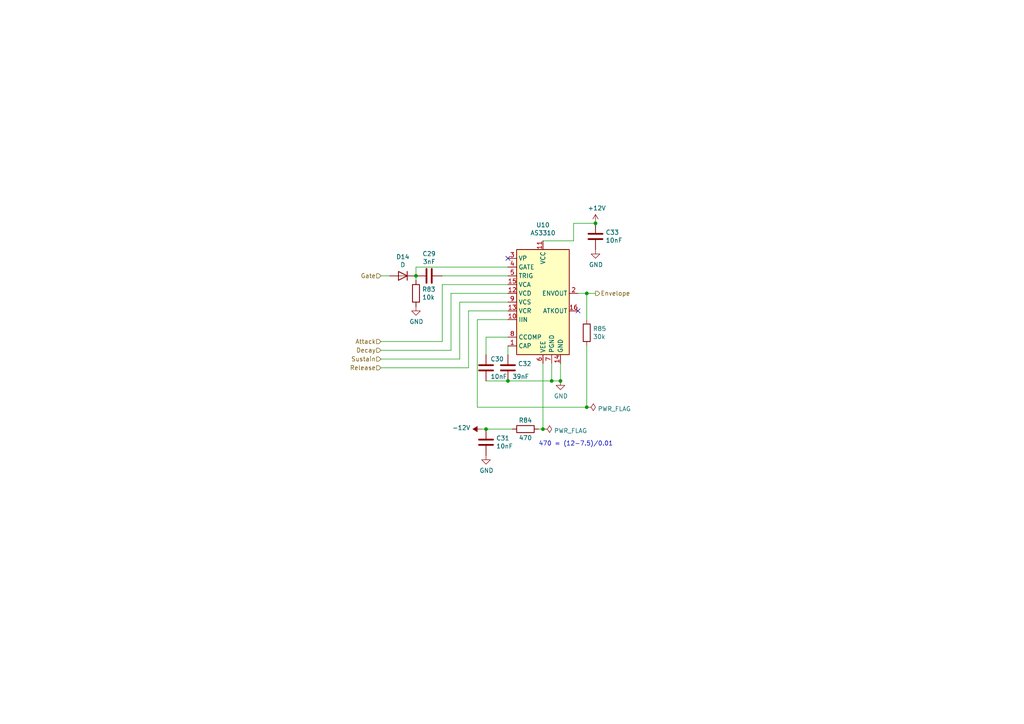
<source format=kicad_sch>
(kicad_sch (version 20211123) (generator eeschema)
  (paper "A4")
  (lib_symbols
    (symbol "Audio:AS3310"
      (property "Reference" "U" (at -5.08 17.78 0))
      (property "Value" "AS3310" (at 5.08 17.78 0))
      (symbol "AS3310_0_1"
        (rectangle (start 7.62 -15.24) (end -7.62 15.24) (stroke (width 0.254)) (fill (type background)))
      )
      (symbol "AS3310_1_1"
        (pin passive line (at -10.16 -12.7 0) (length 2.54) (name "CAP") (number "1"))
        (pin input line (at -10.16 -5.08 0) (length 2.54) (name "IIN") (number "10"))
        (pin power_in line (at 0 17.78 270) (length 2.54) (name "VCC") (number "11"))
        (pin input line (at -10.16 2.54 0) (length 2.54) (name "VCD") (number "12"))
        (pin input line (at -10.16 -2.54 0) (length 2.54) (name "VCR") (number "13"))
        (pin power_in line (at 5.08 -17.78 90) (length 2.54) (name "GND") (number "14"))
        (pin input line (at -10.16 5.08 0) (length 2.54) (name "VCA") (number "15"))
        (pin output line (at 10.16 -2.54 180) (length 2.54) (name "ATKOUT") (number "16"))
        (pin output line (at 10.16 2.54 180) (length 2.54) (name "ENVOUT") (number "2"))
        (pin input line (at -10.16 12.7 0) (length 2.54) (name "VP") (number "3"))
        (pin input line (at -10.16 10.16 0) (length 2.54) (name "GATE") (number "4"))
        (pin input line (at -10.16 7.62 0) (length 2.54) (name "TRIG") (number "5"))
        (pin power_in line (at 0 -17.78 90) (length 2.54) (name "VEE") (number "6"))
        (pin power_in line (at 2.54 -17.78 90) (length 2.54) (name "PGND") (number "7"))
        (pin passive line (at -10.16 -10.16 0) (length 2.54) (name "CCOMP") (number "8"))
        (pin input line (at -10.16 0 0) (length 2.54) (name "VCS") (number "9"))
      )
    )
    (symbol "Device:C" (pin_numbers hide) (pin_names (offset 0.254))
      (property "Reference" "C" (at 0.635 2.54 0))
      (property "Value" "C" (at 0.635 -2.54 0))
      (symbol "C_0_1"
        (polyline (pts (xy -2.032 -0.762) (xy 2.032 -0.762)) (stroke (width 0.508)))
        (polyline (pts (xy -2.032 0.762) (xy 2.032 0.762)) (stroke (width 0.508)))
      )
      (symbol "C_1_1"
        (pin passive line (at 0 3.81 270) (length 2.794) (name "~") (number "1"))
        (pin passive line (at 0 -3.81 90) (length 2.794) (name "~") (number "2"))
      )
    )
    (symbol "Device:D" (pin_numbers hide) (pin_names (offset 1.016) hide)
      (property "Reference" "D" (at 0 2.54 0))
      (property "Value" "D" (at 0 -2.54 0))
      (symbol "D_0_1"
        (polyline (pts (xy -1.27 1.27) (xy -1.27 -1.27)) (stroke (width 0.254)))
        (polyline (pts (xy 1.27 0) (xy -1.27 0)))
        (polyline (pts (xy 1.27 1.27) (xy 1.27 -1.27) (xy -1.27 0) (xy 1.27 1.27)) (stroke (width 0.254)))
      )
      (symbol "D_1_1"
        (pin passive line (at -3.81 0 0) (length 2.54) (name "K") (number "1"))
        (pin passive line (at 3.81 0 180) (length 2.54) (name "A") (number "2"))
      )
    )
    (symbol "Device:R" (pin_numbers hide) (pin_names (offset 0))
      (property "Reference" "R" (at 2.032 0 90))
      (property "Value" "R" (at 0 0 90))
      (symbol "R_0_1"
        (rectangle (start -1.016 -2.54) (end 1.016 2.54) (stroke (width 0.254)))
      )
      (symbol "R_1_1"
        (pin passive line (at 0 3.81 270) (length 1.27) (name "~") (number "1"))
        (pin passive line (at 0 -3.81 90) (length 1.27) (name "~") (number "2"))
      )
    )
    (symbol "power:+12V" (power) (pin_names (offset 0))
      (property "Value" "+12V" (at 0 3.556 0))
      (symbol "+12V_0_1"
        (polyline (pts (xy -0.762 1.27) (xy 0 2.54)))
        (polyline (pts (xy 0 0) (xy 0 2.54)))
        (polyline (pts (xy 0 2.54) (xy 0.762 1.27)))
      )
      (symbol "+12V_1_1"
        (pin power_in line (at 0 0 90) (length 0) hide (name "+12V") (number "1"))
      )
    )
    (symbol "power:-12V" (power) (pin_names (offset 0))
      (property "Value" "-12V" (at 0 3.81 0))
      (symbol "-12V_0_0"
        (pin power_in line (at 0 0 90) (length 0) hide (name "-12V") (number "1"))
      )
      (symbol "-12V_0_1"
        (polyline (pts (xy 0 0) (xy 0 1.27) (xy 0.762 1.27) (xy 0 2.54) (xy -0.762 1.27) (xy 0 1.27)) (fill (type outline)))
      )
    )
    (symbol "power:GND" (power) (pin_names (offset 0))
      (property "Value" "GND" (at 0 -3.81 0))
      (symbol "GND_0_1"
        (polyline (pts (xy 0 0) (xy 0 -1.27) (xy 1.27 -1.27) (xy 0 -2.54) (xy -1.27 -1.27) (xy 0 -1.27)))
      )
      (symbol "GND_1_1"
        (pin power_in line (at 0 0 270) (length 0) hide (name "GND") (number "1"))
      )
    )
    (symbol "power:PWR_FLAG" (power) (pin_numbers hide) (pin_names (offset 0) hide)
      (property "Value" "PWR_FLAG" (at 0 3.81 0))
      (symbol "PWR_FLAG_0_0"
        (pin power_out line (at 0 0 90) (length 0) (name "pwr") (number "1"))
      )
      (symbol "PWR_FLAG_0_1"
        (polyline (pts (xy 0 0) (xy 0 1.27) (xy -1.016 1.905) (xy 0 2.54) (xy 1.016 1.905) (xy 0 1.27)))
      )
    )
  )
  (junction (at 170.18 85.09))
  (junction (at 162.56 110.49))
  (junction (at 170.18 118.11))
  (junction (at 160.02 110.49))
  (junction (at 147.32 110.49))
  (junction (at 140.97 124.46))
  (junction (at 120.65 80.01))
  (junction (at 172.72 64.77))
  (junction (at 157.48 124.46))
  (no_connect (at 147.32 74.93))
  (no_connect (at 167.64 90.17))
  (wire (pts (xy 167.64 85.09) (xy 170.18 85.09)))
  (wire (pts (xy 139.7 124.46) (xy 140.97 124.46)))
  (wire (pts (xy 138.43 92.71) (xy 147.32 92.71)))
  (wire (pts (xy 147.32 110.49) (xy 160.02 110.49)))
  (wire (pts (xy 147.32 85.09) (xy 130.81 85.09)))
  (wire (pts (xy 162.56 105.41) (xy 162.56 110.49)))
  (wire (pts (xy 135.89 106.68) (xy 110.49 106.68)))
  (wire (pts (xy 170.18 100.33) (xy 170.18 118.11)))
  (wire (pts (xy 147.32 100.33) (xy 147.32 102.87)))
  (wire (pts (xy 140.97 102.87) (xy 140.97 97.79)))
  (wire (pts (xy 128.27 80.01) (xy 147.32 80.01)))
  (wire (pts (xy 130.81 101.6) (xy 110.49 101.6)))
  (wire (pts (xy 170.18 118.11) (xy 138.43 118.11)))
  (wire (pts (xy 170.18 85.09) (xy 172.72 85.09)))
  (wire (pts (xy 166.37 64.77) (xy 166.37 69.85)))
  (wire (pts (xy 172.72 64.77) (xy 166.37 64.77)))
  (wire (pts (xy 170.18 85.09) (xy 170.18 92.71)))
  (wire (pts (xy 135.89 90.17) (xy 135.89 106.68)))
  (wire (pts (xy 147.32 87.63) (xy 133.35 87.63)))
  (wire (pts (xy 140.97 110.49) (xy 147.32 110.49)))
  (wire (pts (xy 128.27 99.06) (xy 110.49 99.06)))
  (wire (pts (xy 147.32 82.55) (xy 128.27 82.55)))
  (wire (pts (xy 140.97 97.79) (xy 147.32 97.79)))
  (wire (pts (xy 128.27 82.55) (xy 128.27 99.06)))
  (wire (pts (xy 172.72 66.04) (xy 172.72 64.77)))
  (wire (pts (xy 120.65 77.47) (xy 147.32 77.47)))
  (wire (pts (xy 120.65 80.01) (xy 120.65 81.28)))
  (wire (pts (xy 140.97 124.46) (xy 148.59 124.46)))
  (wire (pts (xy 113.03 80.01) (xy 110.49 80.01)))
  (wire (pts (xy 157.48 124.46) (xy 156.21 124.46)))
  (wire (pts (xy 157.48 69.85) (xy 166.37 69.85)))
  (wire (pts (xy 133.35 87.63) (xy 133.35 104.14)))
  (wire (pts (xy 130.81 85.09) (xy 130.81 101.6)))
  (wire (pts (xy 147.32 90.17) (xy 135.89 90.17)))
  (wire (pts (xy 160.02 105.41) (xy 160.02 110.49)))
  (wire (pts (xy 120.65 77.47) (xy 120.65 80.01)))
  (wire (pts (xy 138.43 118.11) (xy 138.43 92.71)))
  (wire (pts (xy 157.48 105.41) (xy 157.48 124.46)))
  (wire (pts (xy 160.02 110.49) (xy 162.56 110.49)))
  (wire (pts (xy 133.35 104.14) (xy 110.49 104.14)))
  (text "470 = (12-7.5)/0.01" (at 156.21 129.54 0) (effects (font (size 1.27 1.27)) (justify left bottom)))
  (hierarchical_label "Decay" (shape input) (at 110.49 101.6 180))
  (hierarchical_label "Gate" (shape input) (at 110.49 80.01 180))
  (hierarchical_label "Sustain" (shape input) (at 110.49 104.14 180))
  (hierarchical_label "Release" (shape input) (at 110.49 106.68 180))
  (hierarchical_label "Envelope" (shape output) (at 172.72 85.09 0))
  (hierarchical_label "Attack" (shape input) (at 110.49 99.06 180))
  (symbol (lib_id "Device:D") (at 116.84 80.01 180) (unit 1)
    (property "Reference" "D14" (at 116.84 74.4982 0))
    (property "Value" "D" (at 116.84 76.8096 0))
    (property "Footprint" "Diode_THT:D_A-405_P7.62mm_Horizontal" (effects hide))
  )
  (symbol (lib_id "power:GND") (at 120.65 88.9 0) (unit 1)
    (property "Reference" "#PWR087" (effects hide))
    (property "Value" "GND" (at 120.777 93.2942 0))
  )
  (symbol (lib_id "Device:R") (at 120.65 85.09 0) (unit 1)
    (property "Reference" "R83" (at 122.428 83.9216 0) (effects (justify left)))
    (property "Value" "10k" (at 122.428 86.233 0) (effects (justify left)))
    (property "Footprint" "Resistor_SMD:R_1206_3216Metric_Pad1.30x1.75mm_HandSolder" (effects hide))
  )
  (symbol (lib_id "Device:C") (at 124.46 80.01 90) (unit 1)
    (property "Reference" "C29" (at 124.46 73.6092 90))
    (property "Value" "3nF" (at 124.46 75.9206 90))
    (property "Footprint" "Capacitor_THT:C_Disc_D5.1mm_W3.2mm_P5.00mm" (effects hide))
  )
  (symbol (lib_id "power:GND") (at 162.56 110.49 0) (unit 1)
    (property "Reference" "#PWR090" (effects hide))
    (property "Value" "GND" (at 162.687 114.8842 0))
  )
  (symbol (lib_id "Audio:AS3310") (at 157.48 87.63 0) (unit 1)
    (property "Reference" "U10" (at 157.48 65.2526 0))
    (property "Value" "AS3310" (at 157.48 67.564 0))
    (property "Footprint" "Package_DIP:DIP-16_W7.62mm" (effects hide))
    (property "Datasheet" "http://www.alfarzpp.lv/eng/sc/AS3310.pdf" (effects hide))
  )
  (symbol (lib_id "Device:R") (at 170.18 96.52 0) (unit 1)
    (property "Reference" "R85" (at 171.958 95.3516 0) (effects (justify left)))
    (property "Value" "30k" (at 171.958 97.663 0) (effects (justify left)))
    (property "Footprint" "Resistor_SMD:R_1206_3216Metric_Pad1.30x1.75mm_HandSolder" (effects hide))
  )
  (symbol (lib_id "Device:C") (at 147.32 106.68 0) (unit 1)
    (property "Reference" "C32" (at 150.241 105.5116 0) (effects (justify left)))
    (property "Value" "39nF" (at 148.59 109.22 0) (effects (justify left)))
    (property "Footprint" "Capacitor_THT:C_Disc_D5.1mm_W3.2mm_P5.00mm" (effects hide))
  )
  (symbol (lib_id "Device:C") (at 140.97 106.68 0) (unit 1)
    (property "Reference" "C30" (at 142.24 104.14 0) (effects (justify left)))
    (property "Value" "10nF" (at 142.24 109.22 0) (effects (justify left)))
    (property "Footprint" "Capacitor_THT:C_Disc_D5.1mm_W3.2mm_P5.00mm" (effects hide))
  )
  (symbol (lib_id "power:+12V") (at 172.72 64.77 0) (unit 1)
    (property "Reference" "#PWR091" (effects hide))
    (property "Value" "+12V" (at 173.101 60.3758 0))
  )
  (symbol (lib_id "Device:R") (at 152.4 124.46 270) (unit 1)
    (property "Reference" "R84" (at 152.4 121.92 90))
    (property "Value" "470" (at 152.4 127 90))
    (property "Footprint" "Resistor_SMD:R_1206_3216Metric_Pad1.30x1.75mm_HandSolder" (effects hide))
  )
  (symbol (lib_id "power:-12V") (at 139.7 124.46 90) (unit 1)
    (property "Reference" "#PWR088" (effects hide))
    (property "Value" "-12V" (at 136.4488 124.079 90) (effects (justify left)))
  )
  (symbol (lib_id "Device:C") (at 140.97 128.27 180) (unit 1)
    (property "Reference" "C31" (at 143.891 127.1016 0) (effects (justify right)))
    (property "Value" "10nF" (at 143.891 129.413 0) (effects (justify right)))
    (property "Footprint" "Capacitor_THT:C_Disc_D5.1mm_W3.2mm_P5.00mm" (effects hide))
  )
  (symbol (lib_id "power:GND") (at 172.72 72.39 0) (unit 1)
    (property "Reference" "#PWR092" (effects hide))
    (property "Value" "GND" (at 172.847 76.7842 0))
  )
  (symbol (lib_id "Device:C") (at 172.72 68.58 180) (unit 1)
    (property "Reference" "C33" (at 175.641 67.4116 0) (effects (justify right)))
    (property "Value" "10nF" (at 175.641 69.723 0) (effects (justify right)))
    (property "Footprint" "Capacitor_THT:C_Disc_D5.1mm_W3.2mm_P5.00mm" (effects hide))
  )
  (symbol (lib_id "power:GND") (at 140.97 132.08 0) (unit 1)
    (property "Reference" "#PWR089" (effects hide))
    (property "Value" "GND" (at 141.097 136.4742 0))
  )
  (symbol (lib_id "power:PWR_FLAG") (at 170.18 118.11 270) (unit 1)
    (property "Reference" "#FLG0102" (effects hide))
    (property "Value" "PWR_FLAG" (at 173.355 118.589 90) (effects (justify left)))
  )
  (symbol (lib_id "power:PWR_FLAG") (at 157.48 124.46 270) (unit 1)
    (property "Reference" "#FLG0105" (effects hide))
    (property "Value" "PWR_FLAG" (at 160.655 124.939 90) (effects (justify left)))
  )
)
</source>
